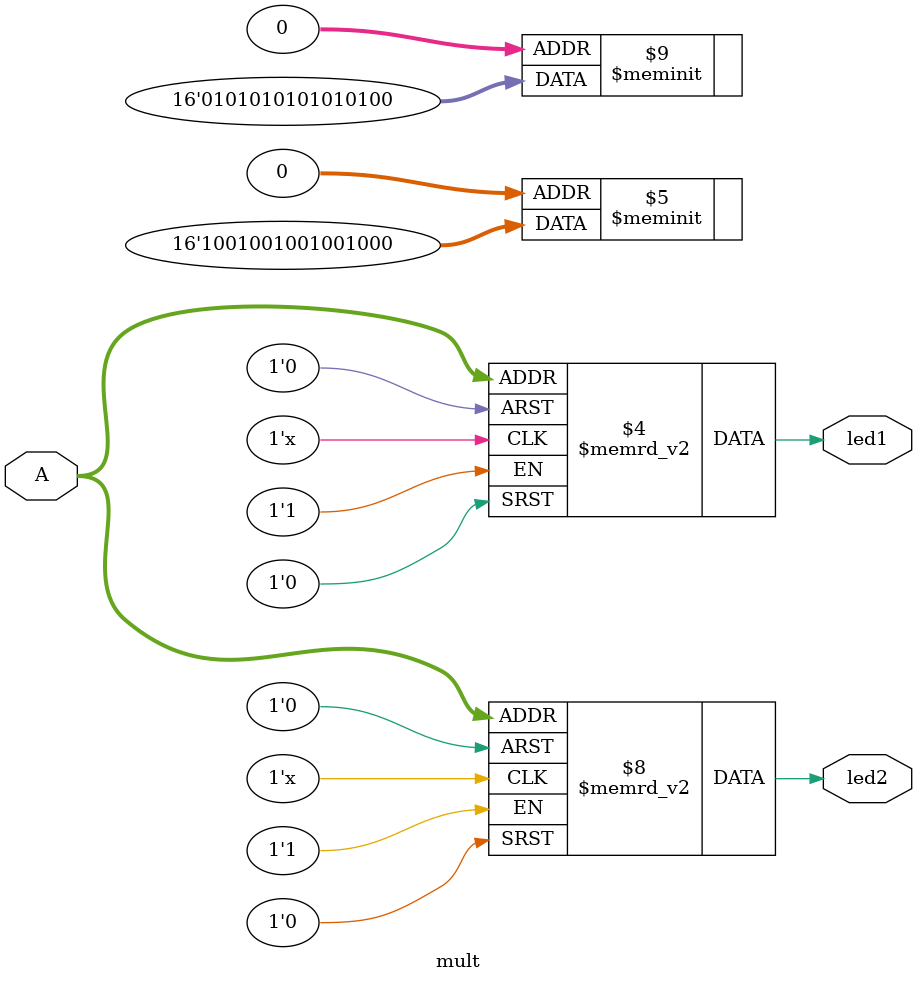
<source format=v>
`timescale 1ns / 1ps
module mult(
    input [3:0] A,
    output reg led1, led2
    );
    always@(A)
    begin
        case(A)
            4'b0000: led1 = 0;
            4'b0001: led1 = 0;
            4'b0010: led1 = 0;
            4'b0011: led1 = 1;
            4'b0100: led1 = 0;
            4'b0101: led1 = 0;
            4'b0110: led1 = 1;
            4'b0111: led1 = 0;
            4'b1000: led1 = 0;
            4'b1001: led1 = 1;
            4'b1010: led1 = 0;
            4'b1011: led1 = 0;
            4'b1100: led1 = 1;
            4'b1101: led1 = 0;
            4'b1110: led1 = 0;
            4'b1111: led1 = 1;
        endcase
        case(A)
            4'b0000: led2 = 0;
            4'b0001: led2 = 0;
            4'b0010: led2 = 1;
            4'b0011: led2 = 0;
            4'b0100: led2 = 1;
            4'b0101: led2 = 0;
            4'b0110: led2 = 1;
            4'b0111: led2 = 0;
            4'b1000: led2 = 1;
            4'b1001: led2 = 0;
            4'b1010: led2 = 1;
            4'b1011: led2 = 0;
            4'b1100: led2 = 1;
            4'b1101: led2 = 0;
            4'b1110: led2 = 1;
            4'b1111: led2 = 0;
        endcase
      end   
endmodule

</source>
